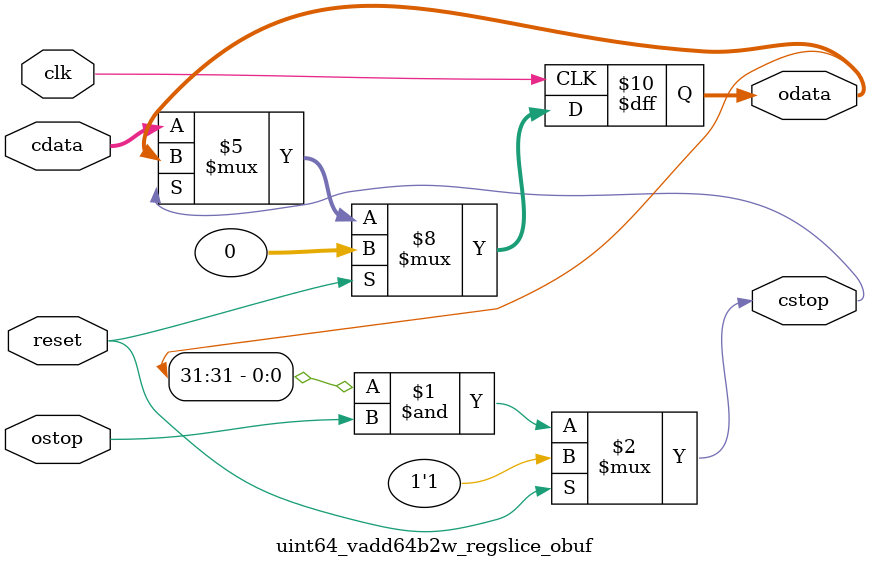
<source format=v>

`timescale 1ns/1ps

module uint64_vadd64b2w_regslice_forward
#(parameter 
    DataWidth=32
)(
    input ap_clk ,
    input ap_rst,

    input [DataWidth-1:0] data_in , 
    input vld_in , 
    output ack_in ,
    output [DataWidth-1:0] data_out, 
    output vld_out,
    input ack_out,
    output apdone_blk
);
 
localparam W = DataWidth+1;

wire [W-1:0] cdata;
wire cstop;
wire [W-1:0] idata;
wire istop;
wire [W-1:0] odata;
wire ostop;

uint64_vadd64b2w_regslice_obuf #(
  .W(W)
)
regslice_obuf_inst(
  .clk(ap_clk),
  .reset(ap_rst),
  .cdata(idata),
  .cstop(istop),
  .odata(odata),
  .ostop(ostop)
);

assign idata = {vld_in, data_in};
assign ack_in = ~istop;

assign vld_out = odata[W-1];
assign data_out = odata[W-2:0];
assign ostop = ~ack_out;

assign apdone_blk = ((ap_rst == 1'b0)&(1'b0 == ack_out)&(1'b1 == vld_out));

endmodule //forward

module uint64_vadd64b2w_regslice_forward_w1
#(parameter 
    DataWidth=1
)(
    input ap_clk ,
    input ap_rst,

    input data_in , 
    input vld_in , 
    output ack_in ,
    output data_out, 
    output vld_out,
    input ack_out,
    output apdone_blk
);
 
localparam W = 2;

wire [W-1:0] cdata;
wire cstop;
wire [W-1:0] idata;
wire istop;
wire [W-1:0] odata;
wire ostop;

uint64_vadd64b2w_regslice_obuf #(
  .W(W)
)
regslice_obuf_inst(
  .clk(ap_clk),
  .reset(ap_rst),
  .cdata(idata),
  .cstop(istop),
  .odata(odata),
  .ostop(ostop)
);

assign idata = {vld_in, data_in};
assign ack_in = ~istop;

assign vld_out = odata[W-1];
assign data_out = odata[W-2:0];
assign ostop = ~ack_out;

assign apdone_blk = ((ap_rst == 1'b0)&(1'b0 == ack_out)&(1'b1 == vld_out));

endmodule //forward


module uint64_vadd64b2w_regslice_obuf
#(
    parameter W=32
)(
    input clk ,
    input reset,
    input [W-1:0] cdata ,
    output cstop ,
    output reg [W-1:0] odata,
    input ostop 
);

// Stop the core when buffer full and output not ready
assign cstop = reset? 1'b1 : (odata[W-1] & ostop);
 
always @(posedge clk)
    if(reset)
        odata <= {1'b0, {{W-1}{1'b0}}};
    else
        if (!cstop) begin// Can we accept more data?
            odata <= cdata; // Yes: load the buffer
        end

endmodule

    

</source>
